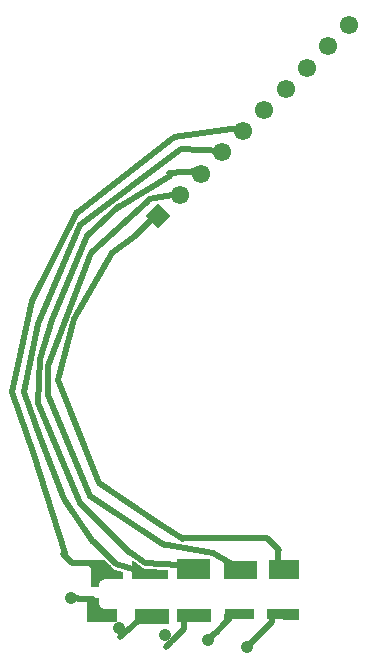
<source format=gtl>
%FSLAX33Y33*%
%MOMM*%
%AMRect-W1550000-H1550000-RO1.750*
21,1,1.55,1.55,0.,0.,45*%
%ADD10C,0.0508*%
%ADD11C,0.508*%
%ADD12C,1.0668*%
%ADD13C,1.55*%
%ADD14Rect-W1550000-H1550000-RO1.750*%
D10*
%LNpour fill*%
G01*
X38650Y6516D02*
X38650Y6516D01*
X35800Y6516*
X35800Y5450*
X38650Y5450*
X38650Y6516*
X35800Y5475D02*
X38650Y5475D01*
X35800Y5524D02*
X38650Y5524D01*
X35800Y5574D02*
X38650Y5574D01*
X35800Y5623D02*
X38650Y5623D01*
X35800Y5673D02*
X38650Y5673D01*
X35800Y5722D02*
X38650Y5722D01*
X35800Y5772D02*
X38650Y5772D01*
X35800Y5821D02*
X38650Y5821D01*
X35800Y5871D02*
X38650Y5871D01*
X35800Y5920D02*
X38650Y5920D01*
X35800Y5970D02*
X38650Y5970D01*
X35800Y6019D02*
X38650Y6019D01*
X35800Y6069D02*
X38650Y6069D01*
X35800Y6118D02*
X38650Y6118D01*
X35800Y6168D02*
X38650Y6168D01*
X35800Y6217D02*
X38650Y6217D01*
X35800Y6267D02*
X38650Y6267D01*
X35800Y6317D02*
X38650Y6317D01*
X35800Y6366D02*
X38650Y6366D01*
X35800Y6416D02*
X38650Y6416D01*
X35800Y6465D02*
X38650Y6465D01*
X35800Y6515D02*
X38650Y6515D01*
%LNpour fill*%
X46050Y10650D02*
X46050Y10650D01*
X43600Y10650*
X43600Y9084*
X46050Y9084*
X46050Y10650*
X43600Y9108D02*
X46050Y9108D01*
X43600Y9157D02*
X46050Y9157D01*
X43600Y9207D02*
X46050Y9207D01*
X43600Y9256D02*
X46050Y9256D01*
X43600Y9306D02*
X46050Y9306D01*
X43600Y9355D02*
X46050Y9355D01*
X43600Y9405D02*
X46050Y9405D01*
X43600Y9454D02*
X46050Y9454D01*
X43600Y9504D02*
X46050Y9504D01*
X43600Y9554D02*
X46050Y9554D01*
X43600Y9603D02*
X46050Y9603D01*
X43600Y9653D02*
X46050Y9653D01*
X43600Y9702D02*
X46050Y9702D01*
X43600Y9752D02*
X46050Y9752D01*
X43600Y9801D02*
X46050Y9801D01*
X43600Y9851D02*
X46050Y9851D01*
X43600Y9900D02*
X46050Y9900D01*
X43600Y9950D02*
X46050Y9950D01*
X43600Y9999D02*
X46050Y9999D01*
X43600Y10049D02*
X46050Y10049D01*
X43600Y10098D02*
X46050Y10098D01*
X43600Y10148D02*
X46050Y10148D01*
X43600Y10197D02*
X46050Y10197D01*
X43600Y10247D02*
X46050Y10247D01*
X43600Y10296D02*
X46050Y10296D01*
X43600Y10346D02*
X46050Y10346D01*
X43600Y10396D02*
X46050Y10396D01*
X43600Y10445D02*
X46050Y10445D01*
X43600Y10495D02*
X46050Y10495D01*
X43600Y10544D02*
X46050Y10544D01*
X43600Y10594D02*
X46050Y10594D01*
X43600Y10643D02*
X46050Y10643D01*
%LNpour fill*%
X42525Y10575D02*
X42525Y10575D01*
X39825Y10575*
X39825Y9084*
X42525Y9084*
X42525Y10575*
X39825Y9108D02*
X42525Y9108D01*
X39825Y9157D02*
X42525Y9157D01*
X39825Y9207D02*
X42525Y9207D01*
X39825Y9256D02*
X42525Y9256D01*
X39825Y9306D02*
X42525Y9306D01*
X39825Y9355D02*
X42525Y9355D01*
X39825Y9405D02*
X42525Y9405D01*
X39825Y9454D02*
X42525Y9454D01*
X39825Y9504D02*
X42525Y9504D01*
X39825Y9554D02*
X42525Y9554D01*
X39825Y9603D02*
X42525Y9603D01*
X39825Y9653D02*
X42525Y9653D01*
X39825Y9702D02*
X42525Y9702D01*
X39825Y9752D02*
X42525Y9752D01*
X39825Y9801D02*
X42525Y9801D01*
X39825Y9851D02*
X42525Y9851D01*
X39825Y9900D02*
X42525Y9900D01*
X39825Y9950D02*
X42525Y9950D01*
X39825Y9999D02*
X42525Y9999D01*
X39825Y10049D02*
X42525Y10049D01*
X39825Y10098D02*
X42525Y10098D01*
X39825Y10148D02*
X42525Y10148D01*
X39825Y10197D02*
X42525Y10197D01*
X39825Y10247D02*
X42525Y10247D01*
X39825Y10296D02*
X42525Y10296D01*
X39825Y10346D02*
X42525Y10346D01*
X39825Y10396D02*
X42525Y10396D01*
X39825Y10445D02*
X42525Y10445D01*
X39825Y10495D02*
X42525Y10495D01*
X39825Y10544D02*
X42525Y10544D01*
%LNpour fill*%
X29166Y8601D02*
X29166Y8601D01*
X29166Y8602*
X29175Y8693*
X29176Y8696*
X29203Y8784*
X29204Y8786*
X29247Y8868*
X29249Y8870*
X29307Y8941*
X29309Y8943*
X29380Y9001*
X29382Y9003*
X29464Y9046*
X29466Y9047*
X29554Y9074*
X29557Y9075*
X29648Y9084*
X29649Y9084*
X31225Y9084*
X31225Y9631*
X30515Y9836*
X30514Y9836*
X30429Y9870*
X30427Y9871*
X30349Y9921*
X30347Y9923*
X30281Y9987*
X30280Y9989*
X30227Y10065*
X30226Y10067*
X30209Y10107*
X29691Y10625*
X28525Y10625*
X28525Y8425*
X29166Y8425*
X29166Y8601*
X28525Y8450D02*
X29166Y8450D01*
X28525Y8499D02*
X29166Y8499D01*
X28525Y8549D02*
X29166Y8549D01*
X28525Y8598D02*
X29166Y8598D01*
X28525Y8648D02*
X29171Y8648D01*
X28525Y8697D02*
X29176Y8697D01*
X28525Y8747D02*
X29191Y8747D01*
X28525Y8796D02*
X29209Y8796D01*
X28525Y8846D02*
X29236Y8846D01*
X28525Y8895D02*
X29270Y8895D01*
X28525Y8945D02*
X29311Y8945D01*
X28525Y8994D02*
X29372Y8994D01*
X28525Y9044D02*
X29459Y9044D01*
X28525Y9093D02*
X31225Y9093D01*
X28525Y9143D02*
X31225Y9143D01*
X28525Y9192D02*
X31225Y9192D01*
X28525Y9242D02*
X31225Y9242D01*
X28525Y9292D02*
X31225Y9292D01*
X28525Y9341D02*
X31225Y9341D01*
X28525Y9391D02*
X31225Y9391D01*
X28525Y9440D02*
X31225Y9440D01*
X28525Y9490D02*
X31225Y9490D01*
X28525Y9539D02*
X31225Y9539D01*
X28525Y9589D02*
X31225Y9589D01*
X28525Y9638D02*
X31199Y9638D01*
X28525Y9688D02*
X31028Y9688D01*
X28525Y9737D02*
X30856Y9737D01*
X28525Y9787D02*
X30684Y9787D01*
X28525Y9836D02*
X30513Y9836D01*
X28525Y9886D02*
X30404Y9886D01*
X28525Y9935D02*
X30334Y9935D01*
X28525Y9985D02*
X30283Y9985D01*
X28525Y10034D02*
X30248Y10034D01*
X28525Y10084D02*
X30219Y10084D01*
X28525Y10134D02*
X30183Y10134D01*
X28525Y10183D02*
X30133Y10183D01*
X28525Y10233D02*
X30083Y10233D01*
X28525Y10282D02*
X30034Y10282D01*
X28525Y10332D02*
X29984Y10332D01*
X28525Y10381D02*
X29935Y10381D01*
X28525Y10431D02*
X29885Y10431D01*
X28525Y10480D02*
X29836Y10480D01*
X28525Y10530D02*
X29786Y10530D01*
X28525Y10579D02*
X29737Y10579D01*
%LNpour fill*%
X38575Y10716D02*
X38575Y10716D01*
X35875Y10716*
X35875Y9084*
X38575Y9084*
X38575Y10716*
X35875Y9108D02*
X38575Y9108D01*
X35875Y9157D02*
X38575Y9157D01*
X35875Y9207D02*
X38575Y9207D01*
X35875Y9256D02*
X38575Y9256D01*
X35875Y9306D02*
X38575Y9306D01*
X35875Y9355D02*
X38575Y9355D01*
X35875Y9405D02*
X38575Y9405D01*
X35875Y9454D02*
X38575Y9454D01*
X35875Y9504D02*
X38575Y9504D01*
X35875Y9554D02*
X38575Y9554D01*
X35875Y9603D02*
X38575Y9603D01*
X35875Y9653D02*
X38575Y9653D01*
X35875Y9702D02*
X38575Y9702D01*
X35875Y9752D02*
X38575Y9752D01*
X35875Y9801D02*
X38575Y9801D01*
X35875Y9851D02*
X38575Y9851D01*
X35875Y9900D02*
X38575Y9900D01*
X35875Y9950D02*
X38575Y9950D01*
X35875Y9999D02*
X38575Y9999D01*
X35875Y10049D02*
X38575Y10049D01*
X35875Y10098D02*
X38575Y10098D01*
X35875Y10148D02*
X38575Y10148D01*
X35875Y10197D02*
X38575Y10197D01*
X35875Y10247D02*
X38575Y10247D01*
X35875Y10296D02*
X38575Y10296D01*
X35875Y10346D02*
X38575Y10346D01*
X35875Y10396D02*
X38575Y10396D01*
X35875Y10445D02*
X38575Y10445D01*
X35875Y10495D02*
X38575Y10495D01*
X35875Y10544D02*
X38575Y10544D01*
X35875Y10594D02*
X38575Y10594D01*
X35875Y10643D02*
X38575Y10643D01*
X35875Y10693D02*
X38575Y10693D01*
%LNpour fill*%
X42275Y6516D02*
X42275Y6516D01*
X39902Y6516*
X39828Y5725*
X42275Y5725*
X42275Y6516*
X39830Y5750D02*
X42275Y5750D01*
X39835Y5799D02*
X42275Y5799D01*
X39839Y5849D02*
X42275Y5849D01*
X39844Y5898D02*
X42275Y5898D01*
X39849Y5948D02*
X42275Y5948D01*
X39853Y5997D02*
X42275Y5997D01*
X39858Y6047D02*
X42275Y6047D01*
X39863Y6096D02*
X42275Y6096D01*
X39867Y6146D02*
X42275Y6146D01*
X39872Y6195D02*
X42275Y6195D01*
X39877Y6245D02*
X42275Y6245D01*
X39881Y6294D02*
X42275Y6294D01*
X39886Y6344D02*
X42275Y6344D01*
X39891Y6393D02*
X42275Y6393D01*
X39895Y6443D02*
X42275Y6443D01*
X39900Y6492D02*
X42275Y6492D01*
%LNpour fill*%
X30700Y6516D02*
X30700Y6516D01*
X29649Y6516*
X29648Y6516*
X29557Y6525*
X29554Y6526*
X29466Y6553*
X29464Y6554*
X29382Y6597*
X29380Y6599*
X29309Y6657*
X29307Y6659*
X29249Y6730*
X29247Y6732*
X29204Y6814*
X29203Y6816*
X29176Y6904*
X29175Y6907*
X29166Y6998*
X29166Y6999*
X29166Y7450*
X28250Y7450*
X28250Y5500*
X30700Y5500*
X30700Y6516*
X28250Y5525D02*
X30700Y5525D01*
X28250Y5574D02*
X30700Y5574D01*
X28250Y5624D02*
X30700Y5624D01*
X28250Y5673D02*
X30700Y5673D01*
X28250Y5723D02*
X30700Y5723D01*
X28250Y5772D02*
X30700Y5772D01*
X28250Y5822D02*
X30700Y5822D01*
X28250Y5871D02*
X30700Y5871D01*
X28250Y5921D02*
X30700Y5921D01*
X28250Y5970D02*
X30700Y5970D01*
X28250Y6020D02*
X30700Y6020D01*
X28250Y6069D02*
X30700Y6069D01*
X28250Y6119D02*
X30700Y6119D01*
X28250Y6168D02*
X30700Y6168D01*
X28250Y6218D02*
X30700Y6218D01*
X28250Y6267D02*
X30700Y6267D01*
X28250Y6317D02*
X30700Y6317D01*
X28250Y6367D02*
X30700Y6367D01*
X28250Y6416D02*
X30700Y6416D01*
X28250Y6466D02*
X30700Y6466D01*
X28250Y6515D02*
X30700Y6515D01*
X28250Y6565D02*
X29443Y6565D01*
X28250Y6614D02*
X29361Y6614D01*
X28250Y6664D02*
X29303Y6664D01*
X28250Y6713D02*
X29263Y6713D01*
X28250Y6763D02*
X29231Y6763D01*
X28250Y6812D02*
X29204Y6812D01*
X28250Y6862D02*
X29189Y6862D01*
X28250Y6911D02*
X29175Y6911D01*
X28250Y6961D02*
X29170Y6961D01*
X28250Y7010D02*
X29166Y7010D01*
X28250Y7060D02*
X29166Y7060D01*
X28250Y7109D02*
X29166Y7109D01*
X28250Y7159D02*
X29166Y7159D01*
X28250Y7209D02*
X29166Y7209D01*
X28250Y7258D02*
X29166Y7258D01*
X28250Y7308D02*
X29166Y7308D01*
X28250Y7357D02*
X29166Y7357D01*
X28250Y7407D02*
X29166Y7407D01*
%LNpour fill*%
X35050Y6516D02*
X35050Y6516D01*
X32300Y6516*
X32300Y5300*
X35050Y5300*
X35050Y6516*
X32300Y5325D02*
X35050Y5325D01*
X32300Y5374D02*
X35050Y5374D01*
X32300Y5424D02*
X35050Y5424D01*
X32300Y5473D02*
X35050Y5473D01*
X32300Y5523D02*
X35050Y5523D01*
X32300Y5572D02*
X35050Y5572D01*
X32300Y5622D02*
X35050Y5622D01*
X32300Y5671D02*
X35050Y5671D01*
X32300Y5721D02*
X35050Y5721D01*
X32300Y5770D02*
X35050Y5770D01*
X32300Y5820D02*
X35050Y5820D01*
X32300Y5869D02*
X35050Y5869D01*
X32300Y5919D02*
X35050Y5919D01*
X32300Y5968D02*
X35050Y5968D01*
X32300Y6018D02*
X35050Y6018D01*
X32300Y6067D02*
X35050Y6067D01*
X32300Y6117D02*
X35050Y6117D01*
X32300Y6167D02*
X35050Y6167D01*
X32300Y6216D02*
X35050Y6216D01*
X32300Y6266D02*
X35050Y6266D01*
X32300Y6315D02*
X35050Y6315D01*
X32300Y6365D02*
X35050Y6365D01*
X32300Y6414D02*
X35050Y6414D01*
X32300Y6464D02*
X35050Y6464D01*
X32300Y6513D02*
X35050Y6513D01*
%LNpour fill*%
X35000Y9788D02*
X35000Y9788D01*
X33116Y9918*
X33115Y9918*
X33110Y9919*
X33075Y9917*
X33072Y9917*
X32981Y9931*
X32979Y9932*
X32892Y9963*
X32890Y9964*
X32811Y10012*
X32810Y10013*
X32093Y10551*
X32050Y10530*
X32050Y9084*
X35000Y9084*
X35000Y9788*
X32050Y9108D02*
X35000Y9108D01*
X32050Y9157D02*
X35000Y9157D01*
X32050Y9207D02*
X35000Y9207D01*
X32050Y9256D02*
X35000Y9256D01*
X32050Y9306D02*
X35000Y9306D01*
X32050Y9355D02*
X35000Y9355D01*
X32050Y9405D02*
X35000Y9405D01*
X32050Y9454D02*
X35000Y9454D01*
X32050Y9504D02*
X35000Y9504D01*
X32050Y9554D02*
X35000Y9554D01*
X32050Y9603D02*
X35000Y9603D01*
X32050Y9653D02*
X35000Y9653D01*
X32050Y9702D02*
X35000Y9702D01*
X32050Y9752D02*
X35000Y9752D01*
X32050Y9801D02*
X34804Y9801D01*
X32050Y9851D02*
X34086Y9851D01*
X32050Y9900D02*
X33368Y9900D01*
X32050Y9950D02*
X32930Y9950D01*
X32050Y9999D02*
X32832Y9999D01*
X32050Y10049D02*
X32762Y10049D01*
X32050Y10098D02*
X32696Y10098D01*
X32050Y10148D02*
X32630Y10148D01*
X32050Y10197D02*
X32564Y10197D01*
X32050Y10247D02*
X32498Y10247D01*
X32050Y10296D02*
X32432Y10296D01*
X32050Y10346D02*
X32366Y10346D01*
X32050Y10396D02*
X32300Y10396D01*
X32050Y10445D02*
X32234Y10445D01*
X32050Y10495D02*
X32168Y10495D01*
X32079Y10544D02*
X32102Y10544D01*
%LNpour fill*%
X46125Y6516D02*
X46125Y6516D01*
X43475Y6516*
X43475Y5724*
X46125Y5626*
X46125Y6516*
X45499Y5650D02*
X46125Y5650D01*
X44162Y5699D02*
X46125Y5699D01*
X43475Y5749D02*
X46125Y5749D01*
X43475Y5798D02*
X46125Y5798D01*
X43475Y5848D02*
X46125Y5848D01*
X43475Y5897D02*
X46125Y5897D01*
X43475Y5947D02*
X46125Y5947D01*
X43475Y5996D02*
X46125Y5996D01*
X43475Y6046D02*
X46125Y6046D01*
X43475Y6095D02*
X46125Y6095D01*
X43475Y6145D02*
X46125Y6145D01*
X43475Y6194D02*
X46125Y6194D01*
X43475Y6244D02*
X46125Y6244D01*
X43475Y6293D02*
X46125Y6293D01*
X43475Y6343D02*
X46125Y6343D01*
X43475Y6392D02*
X46125Y6392D01*
X43475Y6442D02*
X46125Y6442D01*
X43475Y6492D02*
X46125Y6492D01*
%LNtop copper_traces*%
D11*
X30350Y36600D02*
X32250Y38100D01*
X27600Y15500D02*
X24050Y23900D01*
X41800Y3300D02*
X43900Y5400D01*
X27150Y31050D02*
X30350Y36600D01*
X33500Y41200D02*
X35950Y41650D01*
X34200Y13800D02*
X36350Y12450D01*
X22900Y24850D02*
X24100Y30650D01*
X26350Y11250D02*
X23700Y19500D01*
X36450Y4800D02*
X36450Y5600D01*
X24900Y27100D02*
X24950Y24650D01*
X21850Y24850D02*
X23600Y32550D01*
X27350Y40050D02*
X35500Y46350D01*
X23600Y32600D02*
X27350Y40150D01*
X26950Y10400D02*
X28450Y10400D01*
X24250Y27650D02*
X25300Y30950D01*
X28600Y36650D02*
X33350Y41050D01*
X35300Y3700D02*
X34900Y3300D01*
X24200Y21100D02*
X22900Y24850D01*
X33150Y10400D02*
X36050Y10200D01*
X34200Y13800D02*
X29250Y17150D01*
X32250Y38100D02*
X33950Y39800D01*
X27450Y7350D02*
X28750Y7350D01*
X26300Y15800D02*
X24200Y21100D01*
X31500Y4600D02*
X31050Y4150D01*
X29250Y17150D02*
X25800Y25850D01*
X39150Y4500D02*
X39850Y5250D01*
X43900Y5400D02*
X43900Y5950D01*
X36150Y45450D02*
X39650Y45250D01*
X24050Y23900D02*
X24250Y27650D01*
X39100Y4500D02*
X38500Y3900D01*
X35550Y46450D02*
X40400Y47100D01*
X31900Y11300D02*
X33100Y10400D01*
X31900Y11250D02*
X27600Y15500D01*
X23700Y19500D02*
X21850Y24850D01*
X30650Y10300D02*
X33250Y9550D01*
X40250Y47150D02*
X41250Y47150D01*
X27450Y7400D02*
X26850Y7400D01*
X28450Y16100D02*
X24950Y24650D01*
X44400Y11550D02*
X44400Y10600D01*
X28450Y10400D02*
X28900Y9950D01*
X35200Y43400D02*
X37700Y43550D01*
X43450Y12500D02*
X44450Y11500D01*
X34600Y12000D02*
X38900Y11200D01*
X24900Y27100D02*
X28600Y36650D01*
X27650Y39000D02*
X36150Y45450D01*
X35400Y3750D02*
X36450Y4800D01*
X28200Y38100D02*
X30950Y40600D01*
X25300Y30950D02*
X28200Y38100D01*
X28750Y12200D02*
X26300Y15800D01*
X38900Y11200D02*
X40350Y10350D01*
X44400Y10600D02*
X45050Y9950D01*
X30900Y40550D02*
X35250Y43200D01*
X36345Y12475D02*
X43375Y12475D01*
X25800Y25850D02*
X27150Y31050D01*
X34700Y11950D02*
X28450Y16100D01*
X39850Y5250D02*
X40350Y5750D01*
X31600Y4600D02*
X32600Y5600D01*
X28750Y12250D02*
X30700Y10300D01*
X24100Y30650D02*
X27650Y39000D01*
X26200Y11150D02*
X26950Y10400D01*
D12*
X41800Y3300D03*
X38500Y3900D03*
X30900Y4900D03*
X34850Y4300D03*
X26850Y7400D03*
%LNtop copper component f3a27893b55f737a*%
D13*
X36064Y41564D03*
X37860Y43360D03*
X39656Y45156D03*
X41452Y46952D03*
X43248Y48748D03*
X45044Y50544D03*
X46840Y52340D03*
X48636Y54136D03*
X50432Y55932D03*
D14*
X34268Y39768D03*
M02*
</source>
